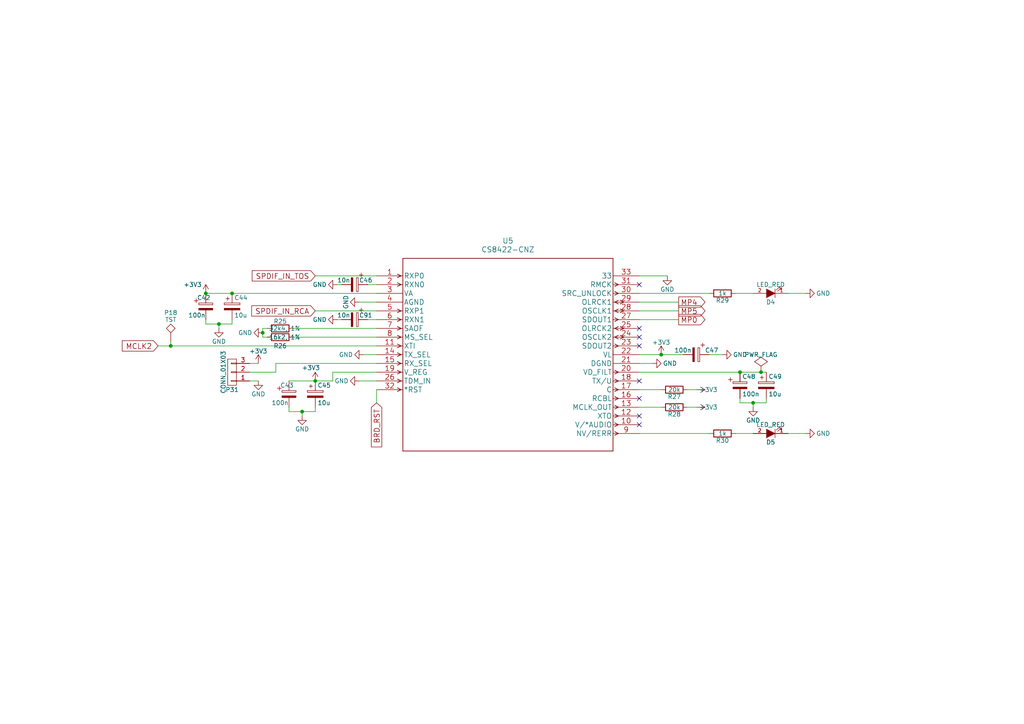
<source format=kicad_sch>
(kicad_sch (version 20230121) (generator eeschema)
  (paper "A4")
  (title_block (title "freeDSP-AiO") (date "2018-08-09") (rev "V1.0") (company "TUD") (comment 1 "Friedrich, Hoffmann, Kaiser, Schindler") (comment 2 "Hauptseminar Kommunikationsnetze"))
  (lib_symbols
    (symbol "MyLibrary:C" (pin_numbers hide) (pin_names (offset 0.254))
      (property "Reference" "C" (at 0.635 2.54 0))
      (property "Value" "C" (at 0.635 -2.54 0))
      (symbol "C_0_0"
        (text "+" (at -2.794 1.778 0) (effects (font (size 1.524 1.524))))
      )
      (symbol "C_0_1"
        (rectangle (start -2.032 -0.508) (end 2.032 -1.016) (fill (type outline)))
        (rectangle (start -2.032 1.016) (end 2.032 0.508))
      )
      (symbol "C_1_1"
        (pin passive line (at 0 3.81 270) (length 2.794) (name "~") (number "1"))
        (pin passive line (at 0 -3.81 90) (length 2.794) (name "~") (number "2"))
      )
    )
    (symbol "smd_aio-rescue:+3V3" (power) (pin_names (offset 0))
      (property "Value" "+3V3" (at 0 3.556 0))
      (symbol "+3V3_0_1"
        (polyline (pts (xy -0.762 1.27) (xy 0 2.54)))
        (polyline (pts (xy 0 0) (xy 0 2.54)))
        (polyline (pts (xy 0 2.54) (xy 0.762 1.27)))
      )
      (symbol "+3V3_1_1"
        (pin power_in line (at 0 0 90) (length 0) hide (name "+3V3") (number "1"))
      )
    )
    (symbol "smd_aio-rescue:CONN_01X03" (pin_names (offset 1.016) hide)
      (property "Reference" "P" (at 0 5.08 0))
      (property "Value" "CONN_01X03" (at 2.54 0 90))
      (symbol "CONN_01X03_0_1"
        (rectangle (start -1.27 -2.413) (end 0.254 -2.667))
        (rectangle (start -1.27 0.127) (end 0.254 -0.127))
        (rectangle (start -1.27 2.667) (end 0.254 2.413))
        (rectangle (start -1.27 3.81) (end 1.27 -3.81))
      )
      (symbol "CONN_01X03_1_1"
        (pin passive line (at -5.08 2.54 0) (length 3.81) (name "P1") (number "1"))
        (pin passive line (at -5.08 0 0) (length 3.81) (name "P2") (number "2"))
        (pin passive line (at -5.08 -2.54 0) (length 3.81) (name "P3") (number "3"))
      )
    )
    (symbol "smd_aio-rescue:CP" (pin_numbers hide) (pin_names (offset 0.254))
      (property "Reference" "C" (at 0.635 2.54 0))
      (property "Value" "CP" (at 0.635 -2.54 0))
      (symbol "CP_0_1"
        (rectangle (start -2.286 0.508) (end -2.286 1.016))
        (rectangle (start -2.286 0.508) (end 2.286 0.508))
        (polyline (pts (xy -1.778 2.286) (xy -0.762 2.286)))
        (polyline (pts (xy -1.27 2.794) (xy -1.27 1.778)))
        (rectangle (start 2.286 -0.508) (end -2.286 -1.016) (fill (type outline)))
        (rectangle (start 2.286 1.016) (end -2.286 1.016))
        (rectangle (start 2.286 1.016) (end 2.286 0.508))
      )
      (symbol "CP_1_1"
        (pin passive line (at 0 3.81 270) (length 2.794) (name "~") (number "1"))
        (pin passive line (at 0 -3.81 90) (length 2.794) (name "~") (number "2"))
      )
    )
    (symbol "smd_aio-rescue:GND" (power) (pin_names (offset 0))
      (property "Value" "GND" (at 0 -3.81 0))
      (symbol "GND_0_1"
        (polyline (pts (xy 0 0) (xy 0 -1.27) (xy 1.27 -1.27) (xy 0 -2.54) (xy -1.27 -1.27) (xy 0 -1.27)))
      )
      (symbol "GND_1_1"
        (pin power_in line (at 0 0 270) (length 0) hide (name "GND") (number "1"))
      )
    )
    (symbol "smd_aio-rescue:LED" (pin_names (offset 1.016) hide)
      (property "Reference" "D" (at 0 2.54 0))
      (property "Value" "LED" (at 0 -2.54 0))
      (symbol "LED_0_1"
        (polyline (pts (xy -1.27 1.27) (xy -1.27 -1.27)))
        (polyline (pts (xy -2.032 -0.635) (xy -3.175 -1.651) (xy -3.048 -1.016)))
        (polyline (pts (xy -1.651 -1.016) (xy -2.794 -2.032) (xy -2.667 -1.397)))
        (polyline (pts (xy 1.27 1.27) (xy -1.27 0) (xy 1.27 -1.27)) (fill (type outline)))
      )
      (symbol "LED_1_1"
        (pin passive line (at -5.08 0 0) (length 3.81) (name "K") (number "1"))
        (pin passive line (at 5.08 0 180) (length 3.81) (name "A") (number "2"))
      )
    )
    (symbol "smd_aio-rescue:PWR_FLAG" (power) (pin_numbers hide) (pin_names (offset 0) hide)
      (property "Value" "PWR_FLAG" (at 0 4.572 0))
      (symbol "PWR_FLAG_0_0"
        (pin power_out line (at 0 0 90) (length 0) (name "pwr") (number "1"))
      )
      (symbol "PWR_FLAG_0_1"
        (polyline (pts (xy 0 0) (xy 0 1.27) (xy -1.905 2.54) (xy 0 3.81) (xy 1.905 2.54) (xy 0 1.27)))
      )
    )
    (symbol "smd_aio-rescue:R" (pin_numbers hide) (pin_names (offset 0))
      (property "Reference" "R" (at 2.032 0 90))
      (property "Value" "R" (at 0 0 90))
      (symbol "R_0_1"
        (rectangle (start -1.016 -2.54) (end 1.016 2.54) (stroke (width 0.254)))
      )
      (symbol "R_1_1"
        (pin passive line (at 0 3.81 270) (length 1.27) (name "~") (number "1"))
        (pin passive line (at 0 -3.81 90) (length 1.27) (name "~") (number "2"))
      )
    )
    (symbol "smd_aio-rescue:TST" (pin_numbers hide) (pin_names (offset 1.016) hide)
      (property "Reference" "P" (at 0 7.62 0))
      (property "Value" "TST" (at 0 6.35 0))
      (symbol "TST_0_1"
        (polyline (pts (xy 0 5.08) (xy -1.27 3.81) (xy 0 2.54) (xy 1.27 3.81) (xy 0 5.08) (xy 0 5.08)))
      )
      (symbol "TST_1_1"
        (pin passive line (at 0 0 90) (length 2.54) (name "~") (number "1"))
      )
    )
    (symbol "symbols-CS8422-CNZ:CS8422-CNZ" (pin_names (offset 0.254))
      (property "Reference" "U" (at 38.1 10.16 0))
      (property "Value" "CS8422-CNZ" (at 38.1 7.62 0))
      (symbol "CS8422-CNZ_1_0"
        (polyline (pts (xy 7.0866 -33.02) (xy 6.0452 -33.528)) (stroke (width 0.2032)))
        (polyline (pts (xy 7.0866 -33.02) (xy 6.0452 -32.4866)) (stroke (width 0.2032)))
        (polyline (pts (xy 7.0866 -30.48) (xy 6.0452 -30.988)) (stroke (width 0.2032)))
        (polyline (pts (xy 7.0866 -30.48) (xy 6.0452 -29.9466)) (stroke (width 0.2032)))
        (polyline (pts (xy 7.0866 -27.94) (xy 6.0452 -28.448)) (stroke (width 0.2032)))
        (polyline (pts (xy 7.0866 -27.94) (xy 6.0452 -27.4066)) (stroke (width 0.2032)))
        (polyline (pts (xy 7.0866 -25.4) (xy 6.0452 -25.908)) (stroke (width 0.2032)))
        (polyline (pts (xy 7.0866 -25.4) (xy 6.0452 -24.8666)) (stroke (width 0.2032)))
        (polyline (pts (xy 7.0866 -22.86) (xy 6.0452 -23.368)) (stroke (width 0.2032)))
        (polyline (pts (xy 7.0866 -22.86) (xy 6.0452 -22.3266)) (stroke (width 0.2032)))
        (polyline (pts (xy 7.0866 -20.32) (xy 6.0452 -20.828)) (stroke (width 0.2032)))
        (polyline (pts (xy 7.0866 -20.32) (xy 6.0452 -19.7866)) (stroke (width 0.2032)))
        (polyline (pts (xy 7.0866 -17.78) (xy 6.0452 -18.288)) (stroke (width 0.2032)))
        (polyline (pts (xy 7.0866 -17.78) (xy 6.0452 -17.2466)) (stroke (width 0.2032)))
        (polyline (pts (xy 7.0866 -15.24) (xy 6.0452 -15.748)) (stroke (width 0.2032)))
        (polyline (pts (xy 7.0866 -15.24) (xy 6.0452 -14.7066)) (stroke (width 0.2032)))
        (polyline (pts (xy 7.0866 -12.7) (xy 6.0452 -13.208)) (stroke (width 0.2032)))
        (polyline (pts (xy 7.0866 -12.7) (xy 6.0452 -12.1666)) (stroke (width 0.2032)))
        (polyline (pts (xy 7.0866 -10.16) (xy 6.0452 -10.668)) (stroke (width 0.2032)))
        (polyline (pts (xy 7.0866 -10.16) (xy 6.0452 -9.6266)) (stroke (width 0.2032)))
        (polyline (pts (xy 7.0866 -2.54) (xy 6.0452 -3.048)) (stroke (width 0.2032)))
        (polyline (pts (xy 7.0866 -2.54) (xy 6.0452 -2.0066)) (stroke (width 0.2032)))
        (polyline (pts (xy 7.0866 0) (xy 6.0452 -0.508)) (stroke (width 0.2032)))
        (polyline (pts (xy 7.0866 0) (xy 6.0452 0.508)) (stroke (width 0.2032)))
        (polyline (pts (xy 7.62 -50.8) (xy 68.58 -50.8)) (stroke (width 0.2032)))
        (polyline (pts (xy 7.62 5.08) (xy 7.62 -50.8)) (stroke (width 0.2032)))
        (polyline (pts (xy 68.58 -50.8) (xy 68.58 5.08)) (stroke (width 0.2032)))
        (polyline (pts (xy 68.58 5.08) (xy 7.62 5.08)) (stroke (width 0.2032)))
        (polyline (pts (xy 69.088 -46.228) (xy 70.1294 -45.72)) (stroke (width 0.2032)))
        (polyline (pts (xy 69.088 -45.1866) (xy 70.1294 -45.72)) (stroke (width 0.2032)))
        (polyline (pts (xy 69.088 -43.688) (xy 70.1294 -43.18)) (stroke (width 0.2032)))
        (polyline (pts (xy 69.088 -42.6466) (xy 70.1294 -43.18)) (stroke (width 0.2032)))
        (polyline (pts (xy 69.088 -41.148) (xy 70.1294 -40.64)) (stroke (width 0.2032)))
        (polyline (pts (xy 69.088 -40.1066) (xy 70.1294 -40.64)) (stroke (width 0.2032)))
        (polyline (pts (xy 69.088 -38.608) (xy 70.1294 -38.1)) (stroke (width 0.2032)))
        (polyline (pts (xy 69.088 -37.5666) (xy 70.1294 -38.1)) (stroke (width 0.2032)))
        (polyline (pts (xy 69.088 -36.068) (xy 70.1294 -35.56)) (stroke (width 0.2032)))
        (polyline (pts (xy 69.088 -35.0266) (xy 70.1294 -35.56)) (stroke (width 0.2032)))
        (polyline (pts (xy 69.088 -33.528) (xy 70.1294 -33.02)) (stroke (width 0.2032)))
        (polyline (pts (xy 69.088 -32.4866) (xy 70.1294 -33.02)) (stroke (width 0.2032)))
        (polyline (pts (xy 69.088 -30.988) (xy 70.1294 -30.48)) (stroke (width 0.2032)))
        (polyline (pts (xy 69.088 -29.9466) (xy 70.1294 -30.48)) (stroke (width 0.2032)))
        (polyline (pts (xy 69.088 -28.448) (xy 70.1294 -27.94)) (stroke (width 0.2032)))
        (polyline (pts (xy 69.088 -27.4066) (xy 70.1294 -27.94)) (stroke (width 0.2032)))
        (polyline (pts (xy 69.088 -20.828) (xy 70.1294 -20.32)) (stroke (width 0.2032)))
        (polyline (pts (xy 69.088 -19.7866) (xy 70.1294 -20.32)) (stroke (width 0.2032)))
        (polyline (pts (xy 69.088 -17.78) (xy 70.1294 -18.288)) (stroke (width 0.2032)))
        (polyline (pts (xy 69.088 -17.78) (xy 70.1294 -17.2466)) (stroke (width 0.2032)))
        (polyline (pts (xy 69.088 -15.24) (xy 70.1294 -15.748)) (stroke (width 0.2032)))
        (polyline (pts (xy 69.088 -15.24) (xy 70.1294 -14.7066)) (stroke (width 0.2032)))
        (polyline (pts (xy 69.088 -13.208) (xy 70.1294 -12.7)) (stroke (width 0.2032)))
        (polyline (pts (xy 69.088 -12.1666) (xy 70.1294 -12.7)) (stroke (width 0.2032)))
        (polyline (pts (xy 69.088 -10.16) (xy 70.1294 -10.668)) (stroke (width 0.2032)))
        (polyline (pts (xy 69.088 -10.16) (xy 70.1294 -9.6266)) (stroke (width 0.2032)))
        (polyline (pts (xy 69.088 -7.62) (xy 70.1294 -8.128)) (stroke (width 0.2032)))
        (polyline (pts (xy 69.088 -7.62) (xy 70.1294 -7.0866)) (stroke (width 0.2032)))
        (polyline (pts (xy 69.088 -5.588) (xy 70.1294 -5.08)) (stroke (width 0.2032)))
        (polyline (pts (xy 69.088 -4.5466) (xy 70.1294 -5.08)) (stroke (width 0.2032)))
        (polyline (pts (xy 69.088 -3.048) (xy 70.1294 -2.54)) (stroke (width 0.2032)))
        (polyline (pts (xy 69.088 -2.0066) (xy 70.1294 -2.54)) (stroke (width 0.2032)))
        (polyline (pts (xy 70.6628 -18.288) (xy 71.7042 -17.78)) (stroke (width 0.2032)))
        (polyline (pts (xy 70.6628 -17.2466) (xy 71.7042 -17.78)) (stroke (width 0.2032)))
        (polyline (pts (xy 70.6628 -15.748) (xy 71.7042 -15.24)) (stroke (width 0.2032)))
        (polyline (pts (xy 70.6628 -14.7066) (xy 71.7042 -15.24)) (stroke (width 0.2032)))
        (polyline (pts (xy 70.6628 -10.668) (xy 71.7042 -10.16)) (stroke (width 0.2032)))
        (polyline (pts (xy 70.6628 -9.6266) (xy 71.7042 -10.16)) (stroke (width 0.2032)))
        (polyline (pts (xy 70.6628 -8.128) (xy 71.7042 -7.62)) (stroke (width 0.2032)))
        (polyline (pts (xy 70.6628 -7.0866) (xy 71.7042 -7.62)) (stroke (width 0.2032)))
        (pin input line (at 0 0 0) (length 7.62) (name "RXP0") (number "1"))
        (pin output line (at 76.2 -43.18 180) (length 7.62) (name "V/*AUDIO") (number "10"))
        (pin input line (at 0 -20.32 0) (length 7.62) (name "XTI") (number "11"))
        (pin output line (at 76.2 -40.64 180) (length 7.62) (name "XTO") (number "12"))
        (pin output line (at 76.2 -38.1 180) (length 7.62) (name "MCLK_OUT") (number "13"))
        (pin output line (at 0 -22.86 0) (length 7.62) (name "TX_SEL") (number "14"))
        (pin input line (at 0 -25.4 0) (length 7.62) (name "RX_SEL") (number "15"))
        (pin input line (at 76.2 -35.56 180) (length 7.62) (name "RCBL") (number "16"))
        (pin output line (at 76.2 -33.02 180) (length 7.62) (name "C") (number "17"))
        (pin power_in line (at 76.2 -30.48 180) (length 7.62) (name "TX/U") (number "18"))
        (pin bidirectional line (at 0 -27.94 0) (length 7.62) (name "V_REG") (number "19"))
        (pin input line (at 0 -2.54 0) (length 7.62) (name "RXN0") (number "2"))
        (pin power_in line (at 76.2 -27.94 180) (length 7.62) (name "VD_FILT") (number "20"))
        (pin bidirectional line (at 76.2 -25.4 180) (length 7.62) (name "DGND") (number "21"))
        (pin bidirectional line (at 76.2 -22.86 180) (length 7.62) (name "VL") (number "22"))
        (pin bidirectional line (at 76.2 -20.32 180) (length 7.62) (name "SDOUT2") (number "23"))
        (pin input line (at 76.2 -17.78 180) (length 7.62) (name "OSCLK2") (number "24"))
        (pin output line (at 76.2 -15.24 180) (length 7.62) (name "OLRCK2") (number "25"))
        (pin input line (at 0 -30.48 0) (length 7.62) (name "TDM_IN") (number "26"))
        (pin bidirectional line (at 76.2 -12.7 180) (length 7.62) (name "SDOUT1") (number "27"))
        (pin bidirectional line (at 76.2 -10.16 180) (length 7.62) (name "OSCLK1") (number "28"))
        (pin output line (at 76.2 -7.62 180) (length 7.62) (name "OLRCK1") (number "29"))
        (pin power_in line (at 0 -5.08 0) (length 7.62) (name "VA") (number "3"))
        (pin output line (at 76.2 -5.08 180) (length 7.62) (name "SRC_UNLOCK") (number "30"))
        (pin input line (at 76.2 -2.54 180) (length 7.62) (name "RMCK") (number "31"))
        (pin input line (at 0 -33.02 0) (length 7.62) (name "*RST") (number "32"))
        (pin bidirectional line (at 76.2 0 180) (length 7.62) (name "33") (number "33"))
        (pin power_in line (at 0 -7.62 0) (length 7.62) (name "AGND") (number "4"))
        (pin input line (at 0 -10.16 0) (length 7.62) (name "RXP1") (number "5"))
        (pin input line (at 0 -12.7 0) (length 7.62) (name "RXN1") (number "6"))
        (pin input line (at 0 -15.24 0) (length 7.62) (name "SAOF") (number "7"))
        (pin input line (at 0 -17.78 0) (length 7.62) (name "MS_SEL") (number "8"))
        (pin input line (at 76.2 -45.72 180) (length 7.62) (name "NV/RERR") (number "9"))
      )
    )
  )
  (junction (at 191.77 102.87))
  (junction (at 87.63 119.38))
  (junction (at 67.31 85.09))
  (junction (at 76.2 96.52))
  (junction (at 218.44 116.84))
  (junction (at 49.53 100.33))
  (junction (at 59.69 85.09))
  (junction (at 214.63 107.95))
  (junction (at 91.44 110.49))
  (junction (at 63.5 93.98))
  (junction (at 220.726 107.95))
  (no_connect (at 185.42 110.49))
  (no_connect (at 185.42 100.33))
  (no_connect (at 185.42 95.25))
  (no_connect (at 185.42 97.79))
  (no_connect (at 185.42 120.65))
  (no_connect (at 185.42 123.19))
  (no_connect (at 185.42 115.57))
  (no_connect (at 185.42 82.55))
  (wire (pts (xy 83.82 110.49) (xy 91.44 110.49)))
  (wire (pts (xy 222.25 116.84) (xy 222.25 115.57)))
  (wire (pts (xy 59.69 92.71) (xy 59.69 93.98)))
  (wire (pts (xy 91.44 110.49) (xy 96.52 110.49)))
  (wire (pts (xy 220.726 107.95) (xy 222.25 107.95)))
  (wire (pts (xy 76.2 97.79) (xy 77.47 97.79)))
  (wire (pts (xy 214.63 116.84) (xy 218.44 116.84)))
  (wire (pts (xy 59.69 93.98) (xy 63.5 93.98)))
  (wire (pts (xy 97.79 92.71) (xy 99.06 92.71)))
  (wire (pts (xy 109.22 110.49) (xy 104.14 110.49)))
  (wire (pts (xy 87.63 119.38) (xy 87.63 120.65)))
  (wire (pts (xy 80.01 107.95) (xy 80.01 105.41)))
  (wire (pts (xy 191.77 102.87) (xy 198.12 102.87)))
  (wire (pts (xy 76.2 96.52) (xy 76.2 97.79)))
  (wire (pts (xy 213.36 85.09) (xy 218.44 85.09)))
  (wire (pts (xy 83.82 119.38) (xy 87.63 119.38)))
  (wire (pts (xy 218.44 116.84) (xy 218.44 118.11)))
  (wire (pts (xy 214.63 107.95) (xy 220.726 107.95)))
  (wire (pts (xy 59.69 85.09) (xy 67.31 85.09)))
  (wire (pts (xy 63.5 93.98) (xy 63.5 95.25)))
  (wire (pts (xy 109.22 80.01) (xy 91.44 80.01)))
  (wire (pts (xy 185.42 90.17) (xy 196.85 90.17)))
  (wire (pts (xy 49.53 99.06) (xy 49.53 100.33)))
  (wire (pts (xy 109.22 113.03) (xy 109.22 116.84)))
  (wire (pts (xy 72.39 107.95) (xy 80.01 107.95)))
  (wire (pts (xy 83.82 118.11) (xy 83.82 119.38)))
  (wire (pts (xy 67.31 85.09) (xy 109.22 85.09)))
  (wire (pts (xy 205.74 102.87) (xy 209.55 102.87)))
  (wire (pts (xy 45.847 100.33) (xy 49.53 100.33)))
  (wire (pts (xy 220.726 107.442) (xy 220.726 107.95)))
  (wire (pts (xy 87.63 119.38) (xy 91.44 119.38)))
  (wire (pts (xy 185.42 105.41) (xy 189.23 105.41)))
  (wire (pts (xy 109.22 82.55) (xy 106.68 82.55)))
  (wire (pts (xy 91.44 90.17) (xy 109.22 90.17)))
  (wire (pts (xy 109.22 107.95) (xy 96.52 107.95)))
  (wire (pts (xy 185.42 107.95) (xy 214.63 107.95)))
  (wire (pts (xy 85.09 95.25) (xy 109.22 95.25)))
  (wire (pts (xy 214.63 115.57) (xy 214.63 116.84)))
  (wire (pts (xy 96.52 107.95) (xy 96.52 110.49)))
  (wire (pts (xy 109.22 87.63) (xy 104.14 87.63)))
  (wire (pts (xy 49.53 100.33) (xy 109.22 100.33)))
  (wire (pts (xy 106.68 92.71) (xy 109.22 92.71)))
  (wire (pts (xy 185.42 80.01) (xy 193.548 80.01)))
  (wire (pts (xy 213.36 125.73) (xy 218.44 125.73)))
  (wire (pts (xy 199.39 113.03) (xy 201.93 113.03)))
  (wire (pts (xy 185.42 125.73) (xy 205.74 125.73)))
  (wire (pts (xy 185.42 85.09) (xy 205.74 85.09)))
  (wire (pts (xy 77.47 95.25) (xy 76.2 95.25)))
  (wire (pts (xy 63.5 93.98) (xy 67.31 93.98)))
  (wire (pts (xy 80.01 105.41) (xy 109.22 105.41)))
  (wire (pts (xy 76.2 95.25) (xy 76.2 96.52)))
  (wire (pts (xy 185.42 92.71) (xy 196.85 92.71)))
  (wire (pts (xy 193.548 80.01) (xy 193.548 80.137)))
  (wire (pts (xy 72.39 110.49) (xy 74.93 110.49)))
  (wire (pts (xy 72.39 105.41) (xy 74.93 105.41)))
  (wire (pts (xy 218.44 116.84) (xy 222.25 116.84)))
  (wire (pts (xy 185.42 113.03) (xy 191.77 113.03)))
  (wire (pts (xy 199.39 118.11) (xy 201.93 118.11)))
  (wire (pts (xy 85.09 97.79) (xy 109.22 97.79)))
  (wire (pts (xy 91.44 119.38) (xy 91.44 118.11)))
  (wire (pts (xy 97.79 82.55) (xy 99.06 82.55)))
  (wire (pts (xy 185.42 87.63) (xy 196.85 87.63)))
  (wire (pts (xy 228.6 125.73) (xy 233.68 125.73)))
  (wire (pts (xy 67.31 93.98) (xy 67.31 92.71)))
  (wire (pts (xy 185.42 102.87) (xy 191.77 102.87)))
  (wire (pts (xy 228.6 85.09) (xy 233.68 85.09)))
  (wire (pts (xy 109.22 102.87) (xy 105.41 102.87)))
  (wire (pts (xy 185.42 118.11) (xy 191.77 118.11)))
  (global_label "SPDIF_IN_RCA" (shape input) (at 91.44 90.17 180) (effects (font (size 1.524 1.524))) (property "Intersheetrefs" "${INTERSHEET_REFS}" (effects hide)))
  (global_label "MCLK2" (shape input) (at 45.847 100.33 180) (effects (font (size 1.524 1.524))) (property "Intersheetrefs" "${INTERSHEET_REFS}" (effects hide)))
  (global_label "BRD_RST" (shape input) (at 109.22 116.84 270) (effects (font (size 1.524 1.524))) (property "Intersheetrefs" "${INTERSHEET_REFS}" (effects hide)))
  (global_label "MP0" (shape output) (at 196.85 92.71 0) (effects (font (size 1.524 1.524))) (property "Intersheetrefs" "${INTERSHEET_REFS}" (effects hide)))
  (global_label "SPDIF_IN_TOS" (shape input) (at 91.44 80.01 180) (effects (font (size 1.524 1.524))) (property "Intersheetrefs" "${INTERSHEET_REFS}" (effects hide)))
  (global_label "MP5" (shape output) (at 196.85 90.17 0) (effects (font (size 1.524 1.524))) (property "Intersheetrefs" "${INTERSHEET_REFS}" (effects hide)))
  (global_label "MP4" (shape output) (at 196.85 87.63 0) (effects (font (size 1.524 1.524))) (property "Intersheetrefs" "${INTERSHEET_REFS}" (effects hide)))
  (symbol (lib_id "symbols-CS8422-CNZ:CS8422-CNZ") (at 109.22 80.01 0) (unit 1)
    (property "Reference" "U5" (at 147.32 69.85 0) (effects (font (size 1.524 1.524))))
    (property "Value" "CS8422-CNZ" (at 147.32 72.39 0) (effects (font (size 1.524 1.524))))
    (property "Footprint" "footprints_CS8422-CNZ:CS8422-CNZ" (effects hide))
  )
  (symbol (lib_id "smd_aio-rescue:GND") (at 105.41 102.87 270) (unit 1)
    (property "Reference" "#PWR068" (effects hide))
    (property "Value" "GND" (at 100.33 102.87 90))
  )
  (symbol (lib_id "MyLibrary:C") (at 102.87 82.55 270) (unit 1)
    (property "Reference" "C46" (at 104.14 81.28 90) (effects (justify left)))
    (property "Value" "10n" (at 97.79 81.28 90) (effects (justify left)))
    (property "Footprint" "fdsp_capacitor:C_1206_HandSoldering" (effects hide))
  )
  (symbol (lib_id "smd_aio-rescue:GND") (at 97.79 82.55 270) (unit 1)
    (property "Reference" "#PWR069" (effects hide))
    (property "Value" "GND" (at 92.71 82.55 90))
  )
  (symbol (lib_id "smd_aio-rescue:GND") (at 104.14 87.63 270) (unit 1)
    (property "Reference" "#PWR070" (effects hide))
    (property "Value" "GND" (at 100.33 87.63 0))
  )
  (symbol (lib_id "smd_aio-rescue:GND") (at 104.14 110.49 270) (unit 1)
    (property "Reference" "#PWR071" (effects hide))
    (property "Value" "GND" (at 99.06 110.49 90))
  )
  (symbol (lib_id "MyLibrary:C") (at 83.82 114.3 0) (unit 1)
    (property "Reference" "C43" (at 81.28 111.76 0) (effects (justify left)))
    (property "Value" "100n" (at 78.74 116.84 0) (effects (justify left)))
    (property "Footprint" "fdsp_capacitor:C_1206_HandSoldering" (effects hide))
  )
  (symbol (lib_id "smd_aio-rescue:CP") (at 91.44 114.3 0) (unit 1)
    (property "Reference" "C45" (at 92.075 111.76 0) (effects (justify left)))
    (property "Value" "10u" (at 92.075 116.84 0) (effects (justify left)))
    (property "Footprint" "fdsp_capacitor:C_Radial_D5_L11_P2" (effects hide))
  )
  (symbol (lib_id "smd_aio-rescue:GND") (at 87.63 120.65 0) (unit 1)
    (property "Reference" "#PWR072" (effects hide))
    (property "Value" "GND" (at 87.63 124.46 0))
  )
  (symbol (lib_id "MyLibrary:C") (at 214.63 111.76 0) (unit 1)
    (property "Reference" "C48" (at 215.265 109.22 0) (effects (justify left)))
    (property "Value" "100n" (at 215.265 114.3 0) (effects (justify left)))
    (property "Footprint" "fdsp_capacitor:C_1206_HandSoldering" (effects hide))
  )
  (symbol (lib_id "smd_aio-rescue:CP") (at 222.25 111.76 0) (unit 1)
    (property "Reference" "C49" (at 222.885 109.22 0) (effects (justify left)))
    (property "Value" "10u" (at 222.885 114.3 0) (effects (justify left)))
    (property "Footprint" "fdsp_capacitor:C_Radial_D5_L11_P2" (effects hide))
  )
  (symbol (lib_id "smd_aio-rescue:GND") (at 218.44 118.11 0) (unit 1)
    (property "Reference" "#PWR073" (effects hide))
    (property "Value" "GND" (at 218.44 121.92 0))
  )
  (symbol (lib_id "smd_aio-rescue:+3V3") (at 91.44 110.49 0) (unit 1)
    (property "Reference" "#PWR074" (effects hide))
    (property "Value" "+3V3" (at 90.17 106.68 0))
  )
  (symbol (lib_id "smd_aio-rescue:LED") (at 223.52 85.09 180) (unit 1)
    (property "Reference" "D4" (at 223.52 87.63 0))
    (property "Value" "LED_RED" (at 223.52 82.55 0))
    (property "Footprint" "fdsp_resistor:R_1206_HandSoldering" (effects hide))
  )
  (symbol (lib_id "smd_aio-rescue:R") (at 209.55 85.09 270) (unit 1)
    (property "Reference" "R29" (at 209.55 87.122 90))
    (property "Value" "1k" (at 209.55 85.09 90))
    (property "Footprint" "fdsp_resistor:R_1206_HandSoldering" (effects hide))
  )
  (symbol (lib_id "smd_aio-rescue:GND") (at 233.68 85.09 90) (unit 1)
    (property "Reference" "#PWR075" (effects hide))
    (property "Value" "GND" (at 238.76 85.09 90))
  )
  (symbol (lib_id "smd_aio-rescue:GND") (at 189.23 105.41 90) (unit 1)
    (property "Reference" "#PWR076" (effects hide))
    (property "Value" "GND" (at 194.31 105.41 90))
  )
  (symbol (lib_id "MyLibrary:C") (at 201.93 102.87 270) (unit 1)
    (property "Reference" "C47" (at 204.47 101.6 90) (effects (justify left)))
    (property "Value" "100n" (at 195.58 101.6 90) (effects (justify left)))
    (property "Footprint" "fdsp_capacitor:C_1206_HandSoldering" (effects hide))
  )
  (symbol (lib_id "smd_aio-rescue:GND") (at 209.55 102.87 90) (unit 1)
    (property "Reference" "#PWR077" (effects hide))
    (property "Value" "GND" (at 214.63 102.87 90))
  )
  (symbol (lib_id "smd_aio-rescue:R") (at 195.58 113.03 270) (unit 1)
    (property "Reference" "R27" (at 195.58 115.062 90))
    (property "Value" "20k" (at 195.58 113.03 90))
    (property "Footprint" "fdsp_resistor:R_1206_HandSoldering" (effects hide))
  )
  (symbol (lib_id "smd_aio-rescue:+3V3") (at 201.93 113.03 270) (unit 1)
    (property "Reference" "#PWR078" (effects hide))
    (property "Value" "+3V3" (at 205.486 113.03 90))
  )
  (symbol (lib_id "MyLibrary:C") (at 59.69 88.9 0) (unit 1)
    (property "Reference" "C42" (at 57.15 86.36 0) (effects (justify left)))
    (property "Value" "100n" (at 54.61 91.44 0) (effects (justify left)))
    (property "Footprint" "fdsp_capacitor:C_1206_HandSoldering" (effects hide))
  )
  (symbol (lib_id "smd_aio-rescue:CP") (at 67.31 88.9 0) (unit 1)
    (property "Reference" "C44" (at 67.945 86.36 0) (effects (justify left)))
    (property "Value" "10u" (at 67.945 91.44 0) (effects (justify left)))
    (property "Footprint" "fdsp_capacitor:C_Radial_D5_L11_P2" (effects hide))
  )
  (symbol (lib_id "smd_aio-rescue:GND") (at 63.5 95.25 0) (unit 1)
    (property "Reference" "#PWR079" (effects hide))
    (property "Value" "GND" (at 63.5 99.06 0))
  )
  (symbol (lib_id "smd_aio-rescue:+3V3") (at 59.69 85.09 0) (unit 1)
    (property "Reference" "#PWR080" (effects hide))
    (property "Value" "+3V3" (at 55.88 82.55 0))
  )
  (symbol (lib_id "smd_aio-rescue:R") (at 81.28 95.25 90) (unit 1)
    (property "Reference" "R25" (at 81.28 93.218 90))
    (property "Value" "32k4, 1%" (at 82.55 95.25 90))
    (property "Footprint" "fdsp_resistor:R_1206_HandSoldering" (effects hide))
  )
  (symbol (lib_id "smd_aio-rescue:R") (at 81.28 97.79 90) (unit 1)
    (property "Reference" "R26" (at 81.28 100.33 90))
    (property "Value" "16k2, 1%" (at 82.55 97.79 90))
    (property "Footprint" "fdsp_resistor:R_1206_HandSoldering" (effects hide))
  )
  (symbol (lib_id "smd_aio-rescue:GND") (at 76.2 96.52 270) (unit 1)
    (property "Reference" "#PWR081" (effects hide))
    (property "Value" "GND" (at 71.12 96.52 90))
  )
  (symbol (lib_id "smd_aio-rescue:R") (at 195.58 118.11 270) (unit 1)
    (property "Reference" "R28" (at 195.58 120.142 90))
    (property "Value" "20k" (at 195.58 118.11 90))
    (property "Footprint" "fdsp_resistor:R_1206_HandSoldering" (effects hide))
  )
  (symbol (lib_id "smd_aio-rescue:+3V3") (at 201.93 118.11 270) (unit 1)
    (property "Reference" "#PWR082" (effects hide))
    (property "Value" "+3V3" (at 205.486 118.11 90))
  )
  (symbol (lib_id "smd_aio-rescue:LED") (at 223.52 125.73 180) (unit 1)
    (property "Reference" "D5" (at 223.52 128.27 0))
    (property "Value" "LED_RED" (at 223.52 123.19 0))
    (property "Footprint" "fdsp_resistor:R_1206_HandSoldering" (effects hide))
  )
  (symbol (lib_id "smd_aio-rescue:R") (at 209.55 125.73 270) (unit 1)
    (property "Reference" "R30" (at 209.55 127.762 90))
    (property "Value" "1k" (at 209.55 125.73 90))
    (property "Footprint" "fdsp_resistor:R_1206_HandSoldering" (effects hide))
  )
  (symbol (lib_id "smd_aio-rescue:GND") (at 233.68 125.73 90) (unit 1)
    (property "Reference" "#PWR083" (effects hide))
    (property "Value" "GND" (at 238.76 125.73 90))
  )
  (symbol (lib_id "smd_aio-rescue:PWR_FLAG") (at 220.726 107.442 0) (unit 1)
    (property "Reference" "#FLG084" (effects hide))
    (property "Value" "PWR_FLAG" (at 220.726 102.87 0))
  )
  (symbol (lib_id "smd_aio-rescue:GND") (at 193.548 80.137 0) (unit 1)
    (property "Reference" "#PWR085" (effects hide))
    (property "Value" "GND" (at 193.548 83.947 0))
  )
  (symbol (lib_id "smd_aio-rescue:TST") (at 49.53 99.06 0) (unit 1)
    (property "Reference" "P18" (at 49.53 91.44 0) (effects (justify bottom)))
    (property "Value" "TST" (at 49.53 92.71 0))
    (property "Footprint" "fdsp_misc:Measurement_Point_Round-SMD-Pad_Small" (effects hide))
  )
  (symbol (lib_id "smd_aio-rescue:+3V3") (at 191.77 102.87 0) (unit 1)
    (property "Reference" "#PWR086" (effects hide))
    (property "Value" "+3V3" (at 191.77 99.314 0))
  )
  (symbol (lib_id "smd_aio-rescue:GND") (at 74.93 110.49 0) (unit 1)
    (property "Reference" "#PWR087" (effects hide))
    (property "Value" "GND" (at 74.93 114.3 0))
  )
  (symbol (lib_id "smd_aio-rescue:+3V3") (at 74.93 105.41 0) (unit 1)
    (property "Reference" "#PWR088" (effects hide))
    (property "Value" "+3V3" (at 74.93 101.854 0))
  )
  (symbol (lib_id "MyLibrary:C") (at 102.87 92.71 270) (unit 1)
    (property "Reference" "C91" (at 104.14 91.44 90) (effects (justify left)))
    (property "Value" "10n" (at 97.79 91.44 90) (effects (justify left)))
    (property "Footprint" "fdsp_capacitor:C_1206_HandSoldering" (effects hide))
  )
  (symbol (lib_id "smd_aio-rescue:GND") (at 97.79 92.71 270) (unit 1)
    (property "Reference" "#PWR089" (effects hide))
    (property "Value" "GND" (at 92.71 92.71 90))
  )
  (symbol (lib_id "smd_aio-rescue:CONN_01X03") (at 67.31 107.95 180) (unit 1)
    (property "Reference" "P31" (at 67.31 113.03 0))
    (property "Value" "CONN_01X03" (at 64.77 107.95 90))
    (property "Footprint" "fdsp_pinheader:Pin_Header_Straight_1x03" (effects hide))
  )
)
</source>
